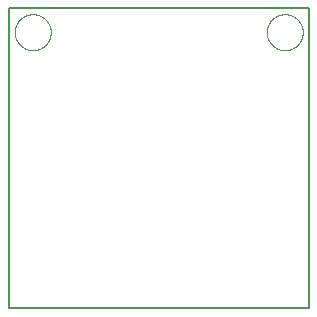
<source format=gko>
G75*
%MOIN*%
%OFA0B0*%
%FSLAX25Y25*%
%IPPOS*%
%LPD*%
%AMOC8*
5,1,8,0,0,1.08239X$1,22.5*
%
%ADD10C,0.00800*%
%ADD11C,0.00000*%
D10*
X0113333Y0080000D02*
X0113333Y0180000D01*
X0213333Y0180000D01*
X0213333Y0080000D01*
X0113333Y0080000D01*
D11*
X0115333Y0172000D02*
X0115335Y0172154D01*
X0115341Y0172309D01*
X0115351Y0172463D01*
X0115365Y0172617D01*
X0115383Y0172770D01*
X0115404Y0172923D01*
X0115430Y0173076D01*
X0115460Y0173227D01*
X0115493Y0173378D01*
X0115531Y0173528D01*
X0115572Y0173677D01*
X0115617Y0173825D01*
X0115666Y0173971D01*
X0115719Y0174117D01*
X0115775Y0174260D01*
X0115835Y0174403D01*
X0115899Y0174543D01*
X0115966Y0174683D01*
X0116037Y0174820D01*
X0116111Y0174955D01*
X0116189Y0175089D01*
X0116270Y0175220D01*
X0116355Y0175349D01*
X0116443Y0175477D01*
X0116534Y0175601D01*
X0116628Y0175724D01*
X0116726Y0175844D01*
X0116826Y0175961D01*
X0116930Y0176076D01*
X0117036Y0176188D01*
X0117145Y0176297D01*
X0117257Y0176403D01*
X0117372Y0176507D01*
X0117489Y0176607D01*
X0117609Y0176705D01*
X0117732Y0176799D01*
X0117856Y0176890D01*
X0117984Y0176978D01*
X0118113Y0177063D01*
X0118244Y0177144D01*
X0118378Y0177222D01*
X0118513Y0177296D01*
X0118650Y0177367D01*
X0118790Y0177434D01*
X0118930Y0177498D01*
X0119073Y0177558D01*
X0119216Y0177614D01*
X0119362Y0177667D01*
X0119508Y0177716D01*
X0119656Y0177761D01*
X0119805Y0177802D01*
X0119955Y0177840D01*
X0120106Y0177873D01*
X0120257Y0177903D01*
X0120410Y0177929D01*
X0120563Y0177950D01*
X0120716Y0177968D01*
X0120870Y0177982D01*
X0121024Y0177992D01*
X0121179Y0177998D01*
X0121333Y0178000D01*
X0121487Y0177998D01*
X0121642Y0177992D01*
X0121796Y0177982D01*
X0121950Y0177968D01*
X0122103Y0177950D01*
X0122256Y0177929D01*
X0122409Y0177903D01*
X0122560Y0177873D01*
X0122711Y0177840D01*
X0122861Y0177802D01*
X0123010Y0177761D01*
X0123158Y0177716D01*
X0123304Y0177667D01*
X0123450Y0177614D01*
X0123593Y0177558D01*
X0123736Y0177498D01*
X0123876Y0177434D01*
X0124016Y0177367D01*
X0124153Y0177296D01*
X0124288Y0177222D01*
X0124422Y0177144D01*
X0124553Y0177063D01*
X0124682Y0176978D01*
X0124810Y0176890D01*
X0124934Y0176799D01*
X0125057Y0176705D01*
X0125177Y0176607D01*
X0125294Y0176507D01*
X0125409Y0176403D01*
X0125521Y0176297D01*
X0125630Y0176188D01*
X0125736Y0176076D01*
X0125840Y0175961D01*
X0125940Y0175844D01*
X0126038Y0175724D01*
X0126132Y0175601D01*
X0126223Y0175477D01*
X0126311Y0175349D01*
X0126396Y0175220D01*
X0126477Y0175089D01*
X0126555Y0174955D01*
X0126629Y0174820D01*
X0126700Y0174683D01*
X0126767Y0174543D01*
X0126831Y0174403D01*
X0126891Y0174260D01*
X0126947Y0174117D01*
X0127000Y0173971D01*
X0127049Y0173825D01*
X0127094Y0173677D01*
X0127135Y0173528D01*
X0127173Y0173378D01*
X0127206Y0173227D01*
X0127236Y0173076D01*
X0127262Y0172923D01*
X0127283Y0172770D01*
X0127301Y0172617D01*
X0127315Y0172463D01*
X0127325Y0172309D01*
X0127331Y0172154D01*
X0127333Y0172000D01*
X0127331Y0171846D01*
X0127325Y0171691D01*
X0127315Y0171537D01*
X0127301Y0171383D01*
X0127283Y0171230D01*
X0127262Y0171077D01*
X0127236Y0170924D01*
X0127206Y0170773D01*
X0127173Y0170622D01*
X0127135Y0170472D01*
X0127094Y0170323D01*
X0127049Y0170175D01*
X0127000Y0170029D01*
X0126947Y0169883D01*
X0126891Y0169740D01*
X0126831Y0169597D01*
X0126767Y0169457D01*
X0126700Y0169317D01*
X0126629Y0169180D01*
X0126555Y0169045D01*
X0126477Y0168911D01*
X0126396Y0168780D01*
X0126311Y0168651D01*
X0126223Y0168523D01*
X0126132Y0168399D01*
X0126038Y0168276D01*
X0125940Y0168156D01*
X0125840Y0168039D01*
X0125736Y0167924D01*
X0125630Y0167812D01*
X0125521Y0167703D01*
X0125409Y0167597D01*
X0125294Y0167493D01*
X0125177Y0167393D01*
X0125057Y0167295D01*
X0124934Y0167201D01*
X0124810Y0167110D01*
X0124682Y0167022D01*
X0124553Y0166937D01*
X0124422Y0166856D01*
X0124288Y0166778D01*
X0124153Y0166704D01*
X0124016Y0166633D01*
X0123876Y0166566D01*
X0123736Y0166502D01*
X0123593Y0166442D01*
X0123450Y0166386D01*
X0123304Y0166333D01*
X0123158Y0166284D01*
X0123010Y0166239D01*
X0122861Y0166198D01*
X0122711Y0166160D01*
X0122560Y0166127D01*
X0122409Y0166097D01*
X0122256Y0166071D01*
X0122103Y0166050D01*
X0121950Y0166032D01*
X0121796Y0166018D01*
X0121642Y0166008D01*
X0121487Y0166002D01*
X0121333Y0166000D01*
X0121179Y0166002D01*
X0121024Y0166008D01*
X0120870Y0166018D01*
X0120716Y0166032D01*
X0120563Y0166050D01*
X0120410Y0166071D01*
X0120257Y0166097D01*
X0120106Y0166127D01*
X0119955Y0166160D01*
X0119805Y0166198D01*
X0119656Y0166239D01*
X0119508Y0166284D01*
X0119362Y0166333D01*
X0119216Y0166386D01*
X0119073Y0166442D01*
X0118930Y0166502D01*
X0118790Y0166566D01*
X0118650Y0166633D01*
X0118513Y0166704D01*
X0118378Y0166778D01*
X0118244Y0166856D01*
X0118113Y0166937D01*
X0117984Y0167022D01*
X0117856Y0167110D01*
X0117732Y0167201D01*
X0117609Y0167295D01*
X0117489Y0167393D01*
X0117372Y0167493D01*
X0117257Y0167597D01*
X0117145Y0167703D01*
X0117036Y0167812D01*
X0116930Y0167924D01*
X0116826Y0168039D01*
X0116726Y0168156D01*
X0116628Y0168276D01*
X0116534Y0168399D01*
X0116443Y0168523D01*
X0116355Y0168651D01*
X0116270Y0168780D01*
X0116189Y0168911D01*
X0116111Y0169045D01*
X0116037Y0169180D01*
X0115966Y0169317D01*
X0115899Y0169457D01*
X0115835Y0169597D01*
X0115775Y0169740D01*
X0115719Y0169883D01*
X0115666Y0170029D01*
X0115617Y0170175D01*
X0115572Y0170323D01*
X0115531Y0170472D01*
X0115493Y0170622D01*
X0115460Y0170773D01*
X0115430Y0170924D01*
X0115404Y0171077D01*
X0115383Y0171230D01*
X0115365Y0171383D01*
X0115351Y0171537D01*
X0115341Y0171691D01*
X0115335Y0171846D01*
X0115333Y0172000D01*
X0199333Y0172000D02*
X0199335Y0172154D01*
X0199341Y0172309D01*
X0199351Y0172463D01*
X0199365Y0172617D01*
X0199383Y0172770D01*
X0199404Y0172923D01*
X0199430Y0173076D01*
X0199460Y0173227D01*
X0199493Y0173378D01*
X0199531Y0173528D01*
X0199572Y0173677D01*
X0199617Y0173825D01*
X0199666Y0173971D01*
X0199719Y0174117D01*
X0199775Y0174260D01*
X0199835Y0174403D01*
X0199899Y0174543D01*
X0199966Y0174683D01*
X0200037Y0174820D01*
X0200111Y0174955D01*
X0200189Y0175089D01*
X0200270Y0175220D01*
X0200355Y0175349D01*
X0200443Y0175477D01*
X0200534Y0175601D01*
X0200628Y0175724D01*
X0200726Y0175844D01*
X0200826Y0175961D01*
X0200930Y0176076D01*
X0201036Y0176188D01*
X0201145Y0176297D01*
X0201257Y0176403D01*
X0201372Y0176507D01*
X0201489Y0176607D01*
X0201609Y0176705D01*
X0201732Y0176799D01*
X0201856Y0176890D01*
X0201984Y0176978D01*
X0202113Y0177063D01*
X0202244Y0177144D01*
X0202378Y0177222D01*
X0202513Y0177296D01*
X0202650Y0177367D01*
X0202790Y0177434D01*
X0202930Y0177498D01*
X0203073Y0177558D01*
X0203216Y0177614D01*
X0203362Y0177667D01*
X0203508Y0177716D01*
X0203656Y0177761D01*
X0203805Y0177802D01*
X0203955Y0177840D01*
X0204106Y0177873D01*
X0204257Y0177903D01*
X0204410Y0177929D01*
X0204563Y0177950D01*
X0204716Y0177968D01*
X0204870Y0177982D01*
X0205024Y0177992D01*
X0205179Y0177998D01*
X0205333Y0178000D01*
X0205487Y0177998D01*
X0205642Y0177992D01*
X0205796Y0177982D01*
X0205950Y0177968D01*
X0206103Y0177950D01*
X0206256Y0177929D01*
X0206409Y0177903D01*
X0206560Y0177873D01*
X0206711Y0177840D01*
X0206861Y0177802D01*
X0207010Y0177761D01*
X0207158Y0177716D01*
X0207304Y0177667D01*
X0207450Y0177614D01*
X0207593Y0177558D01*
X0207736Y0177498D01*
X0207876Y0177434D01*
X0208016Y0177367D01*
X0208153Y0177296D01*
X0208288Y0177222D01*
X0208422Y0177144D01*
X0208553Y0177063D01*
X0208682Y0176978D01*
X0208810Y0176890D01*
X0208934Y0176799D01*
X0209057Y0176705D01*
X0209177Y0176607D01*
X0209294Y0176507D01*
X0209409Y0176403D01*
X0209521Y0176297D01*
X0209630Y0176188D01*
X0209736Y0176076D01*
X0209840Y0175961D01*
X0209940Y0175844D01*
X0210038Y0175724D01*
X0210132Y0175601D01*
X0210223Y0175477D01*
X0210311Y0175349D01*
X0210396Y0175220D01*
X0210477Y0175089D01*
X0210555Y0174955D01*
X0210629Y0174820D01*
X0210700Y0174683D01*
X0210767Y0174543D01*
X0210831Y0174403D01*
X0210891Y0174260D01*
X0210947Y0174117D01*
X0211000Y0173971D01*
X0211049Y0173825D01*
X0211094Y0173677D01*
X0211135Y0173528D01*
X0211173Y0173378D01*
X0211206Y0173227D01*
X0211236Y0173076D01*
X0211262Y0172923D01*
X0211283Y0172770D01*
X0211301Y0172617D01*
X0211315Y0172463D01*
X0211325Y0172309D01*
X0211331Y0172154D01*
X0211333Y0172000D01*
X0211331Y0171846D01*
X0211325Y0171691D01*
X0211315Y0171537D01*
X0211301Y0171383D01*
X0211283Y0171230D01*
X0211262Y0171077D01*
X0211236Y0170924D01*
X0211206Y0170773D01*
X0211173Y0170622D01*
X0211135Y0170472D01*
X0211094Y0170323D01*
X0211049Y0170175D01*
X0211000Y0170029D01*
X0210947Y0169883D01*
X0210891Y0169740D01*
X0210831Y0169597D01*
X0210767Y0169457D01*
X0210700Y0169317D01*
X0210629Y0169180D01*
X0210555Y0169045D01*
X0210477Y0168911D01*
X0210396Y0168780D01*
X0210311Y0168651D01*
X0210223Y0168523D01*
X0210132Y0168399D01*
X0210038Y0168276D01*
X0209940Y0168156D01*
X0209840Y0168039D01*
X0209736Y0167924D01*
X0209630Y0167812D01*
X0209521Y0167703D01*
X0209409Y0167597D01*
X0209294Y0167493D01*
X0209177Y0167393D01*
X0209057Y0167295D01*
X0208934Y0167201D01*
X0208810Y0167110D01*
X0208682Y0167022D01*
X0208553Y0166937D01*
X0208422Y0166856D01*
X0208288Y0166778D01*
X0208153Y0166704D01*
X0208016Y0166633D01*
X0207876Y0166566D01*
X0207736Y0166502D01*
X0207593Y0166442D01*
X0207450Y0166386D01*
X0207304Y0166333D01*
X0207158Y0166284D01*
X0207010Y0166239D01*
X0206861Y0166198D01*
X0206711Y0166160D01*
X0206560Y0166127D01*
X0206409Y0166097D01*
X0206256Y0166071D01*
X0206103Y0166050D01*
X0205950Y0166032D01*
X0205796Y0166018D01*
X0205642Y0166008D01*
X0205487Y0166002D01*
X0205333Y0166000D01*
X0205179Y0166002D01*
X0205024Y0166008D01*
X0204870Y0166018D01*
X0204716Y0166032D01*
X0204563Y0166050D01*
X0204410Y0166071D01*
X0204257Y0166097D01*
X0204106Y0166127D01*
X0203955Y0166160D01*
X0203805Y0166198D01*
X0203656Y0166239D01*
X0203508Y0166284D01*
X0203362Y0166333D01*
X0203216Y0166386D01*
X0203073Y0166442D01*
X0202930Y0166502D01*
X0202790Y0166566D01*
X0202650Y0166633D01*
X0202513Y0166704D01*
X0202378Y0166778D01*
X0202244Y0166856D01*
X0202113Y0166937D01*
X0201984Y0167022D01*
X0201856Y0167110D01*
X0201732Y0167201D01*
X0201609Y0167295D01*
X0201489Y0167393D01*
X0201372Y0167493D01*
X0201257Y0167597D01*
X0201145Y0167703D01*
X0201036Y0167812D01*
X0200930Y0167924D01*
X0200826Y0168039D01*
X0200726Y0168156D01*
X0200628Y0168276D01*
X0200534Y0168399D01*
X0200443Y0168523D01*
X0200355Y0168651D01*
X0200270Y0168780D01*
X0200189Y0168911D01*
X0200111Y0169045D01*
X0200037Y0169180D01*
X0199966Y0169317D01*
X0199899Y0169457D01*
X0199835Y0169597D01*
X0199775Y0169740D01*
X0199719Y0169883D01*
X0199666Y0170029D01*
X0199617Y0170175D01*
X0199572Y0170323D01*
X0199531Y0170472D01*
X0199493Y0170622D01*
X0199460Y0170773D01*
X0199430Y0170924D01*
X0199404Y0171077D01*
X0199383Y0171230D01*
X0199365Y0171383D01*
X0199351Y0171537D01*
X0199341Y0171691D01*
X0199335Y0171846D01*
X0199333Y0172000D01*
M02*

</source>
